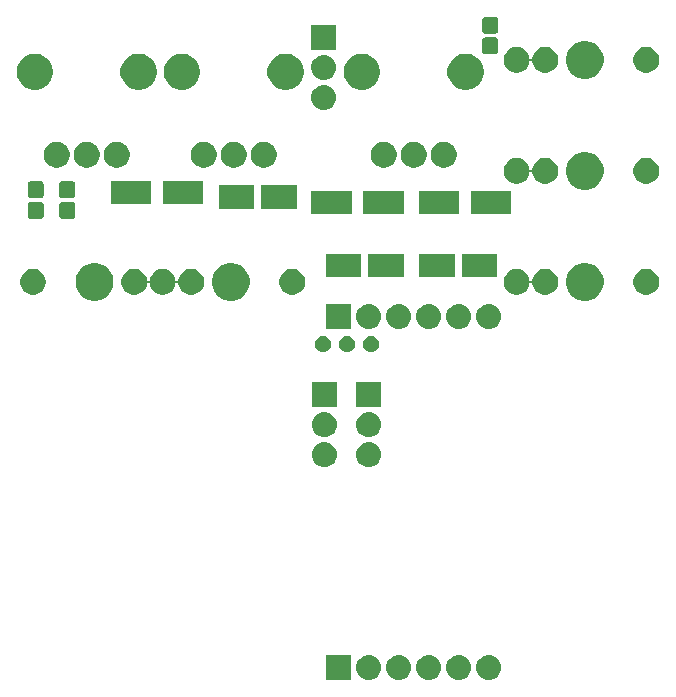
<source format=gbr>
G04 #@! TF.GenerationSoftware,KiCad,Pcbnew,(5.0.1)-4*
G04 #@! TF.CreationDate,2019-01-08T12:08:18+01:00*
G04 #@! TF.ProjectId,1U HiHat,31552048694861742E6B696361645F70,rev?*
G04 #@! TF.SameCoordinates,Original*
G04 #@! TF.FileFunction,Soldermask,Bot*
G04 #@! TF.FilePolarity,Negative*
%FSLAX46Y46*%
G04 Gerber Fmt 4.6, Leading zero omitted, Abs format (unit mm)*
G04 Created by KiCad (PCBNEW (5.0.1)-4) date 01/08/19 12:08:18*
%MOMM*%
%LPD*%
G01*
G04 APERTURE LIST*
%ADD10C,0.100000*%
G04 APERTURE END LIST*
D10*
G36*
X117890000Y-121065000D02*
X115790000Y-121065000D01*
X115790000Y-118965000D01*
X117890000Y-118965000D01*
X117890000Y-121065000D01*
X117890000Y-121065000D01*
G37*
G36*
X127128707Y-118972596D02*
X127205836Y-118980193D01*
X127337787Y-119020220D01*
X127403763Y-119040233D01*
X127586172Y-119137733D01*
X127746054Y-119268946D01*
X127877267Y-119428828D01*
X127974767Y-119611237D01*
X127974767Y-119611238D01*
X128034807Y-119809164D01*
X128055080Y-120015000D01*
X128034807Y-120220836D01*
X127994780Y-120352787D01*
X127974767Y-120418763D01*
X127877267Y-120601172D01*
X127746054Y-120761054D01*
X127586172Y-120892267D01*
X127403763Y-120989767D01*
X127337787Y-121009780D01*
X127205836Y-121049807D01*
X127128707Y-121057404D01*
X127051580Y-121065000D01*
X126948420Y-121065000D01*
X126871293Y-121057404D01*
X126794164Y-121049807D01*
X126662213Y-121009780D01*
X126596237Y-120989767D01*
X126413828Y-120892267D01*
X126253946Y-120761054D01*
X126122733Y-120601172D01*
X126025233Y-120418763D01*
X126005220Y-120352787D01*
X125965193Y-120220836D01*
X125944920Y-120015000D01*
X125965193Y-119809164D01*
X126025233Y-119611238D01*
X126025233Y-119611237D01*
X126122733Y-119428828D01*
X126253946Y-119268946D01*
X126413828Y-119137733D01*
X126596237Y-119040233D01*
X126662213Y-119020220D01*
X126794164Y-118980193D01*
X126871293Y-118972596D01*
X126948420Y-118965000D01*
X127051580Y-118965000D01*
X127128707Y-118972596D01*
X127128707Y-118972596D01*
G37*
G36*
X129668707Y-118972596D02*
X129745836Y-118980193D01*
X129877787Y-119020220D01*
X129943763Y-119040233D01*
X130126172Y-119137733D01*
X130286054Y-119268946D01*
X130417267Y-119428828D01*
X130514767Y-119611237D01*
X130514767Y-119611238D01*
X130574807Y-119809164D01*
X130595080Y-120015000D01*
X130574807Y-120220836D01*
X130534780Y-120352787D01*
X130514767Y-120418763D01*
X130417267Y-120601172D01*
X130286054Y-120761054D01*
X130126172Y-120892267D01*
X129943763Y-120989767D01*
X129877787Y-121009780D01*
X129745836Y-121049807D01*
X129668707Y-121057404D01*
X129591580Y-121065000D01*
X129488420Y-121065000D01*
X129411293Y-121057404D01*
X129334164Y-121049807D01*
X129202213Y-121009780D01*
X129136237Y-120989767D01*
X128953828Y-120892267D01*
X128793946Y-120761054D01*
X128662733Y-120601172D01*
X128565233Y-120418763D01*
X128545220Y-120352787D01*
X128505193Y-120220836D01*
X128484920Y-120015000D01*
X128505193Y-119809164D01*
X128565233Y-119611238D01*
X128565233Y-119611237D01*
X128662733Y-119428828D01*
X128793946Y-119268946D01*
X128953828Y-119137733D01*
X129136237Y-119040233D01*
X129202213Y-119020220D01*
X129334164Y-118980193D01*
X129411293Y-118972596D01*
X129488420Y-118965000D01*
X129591580Y-118965000D01*
X129668707Y-118972596D01*
X129668707Y-118972596D01*
G37*
G36*
X124588707Y-118972596D02*
X124665836Y-118980193D01*
X124797787Y-119020220D01*
X124863763Y-119040233D01*
X125046172Y-119137733D01*
X125206054Y-119268946D01*
X125337267Y-119428828D01*
X125434767Y-119611237D01*
X125434767Y-119611238D01*
X125494807Y-119809164D01*
X125515080Y-120015000D01*
X125494807Y-120220836D01*
X125454780Y-120352787D01*
X125434767Y-120418763D01*
X125337267Y-120601172D01*
X125206054Y-120761054D01*
X125046172Y-120892267D01*
X124863763Y-120989767D01*
X124797787Y-121009780D01*
X124665836Y-121049807D01*
X124588707Y-121057404D01*
X124511580Y-121065000D01*
X124408420Y-121065000D01*
X124331293Y-121057404D01*
X124254164Y-121049807D01*
X124122213Y-121009780D01*
X124056237Y-120989767D01*
X123873828Y-120892267D01*
X123713946Y-120761054D01*
X123582733Y-120601172D01*
X123485233Y-120418763D01*
X123465220Y-120352787D01*
X123425193Y-120220836D01*
X123404920Y-120015000D01*
X123425193Y-119809164D01*
X123485233Y-119611238D01*
X123485233Y-119611237D01*
X123582733Y-119428828D01*
X123713946Y-119268946D01*
X123873828Y-119137733D01*
X124056237Y-119040233D01*
X124122213Y-119020220D01*
X124254164Y-118980193D01*
X124331293Y-118972596D01*
X124408420Y-118965000D01*
X124511580Y-118965000D01*
X124588707Y-118972596D01*
X124588707Y-118972596D01*
G37*
G36*
X119508707Y-118972596D02*
X119585836Y-118980193D01*
X119717787Y-119020220D01*
X119783763Y-119040233D01*
X119966172Y-119137733D01*
X120126054Y-119268946D01*
X120257267Y-119428828D01*
X120354767Y-119611237D01*
X120354767Y-119611238D01*
X120414807Y-119809164D01*
X120435080Y-120015000D01*
X120414807Y-120220836D01*
X120374780Y-120352787D01*
X120354767Y-120418763D01*
X120257267Y-120601172D01*
X120126054Y-120761054D01*
X119966172Y-120892267D01*
X119783763Y-120989767D01*
X119717787Y-121009780D01*
X119585836Y-121049807D01*
X119508707Y-121057404D01*
X119431580Y-121065000D01*
X119328420Y-121065000D01*
X119251293Y-121057404D01*
X119174164Y-121049807D01*
X119042213Y-121009780D01*
X118976237Y-120989767D01*
X118793828Y-120892267D01*
X118633946Y-120761054D01*
X118502733Y-120601172D01*
X118405233Y-120418763D01*
X118385220Y-120352787D01*
X118345193Y-120220836D01*
X118324920Y-120015000D01*
X118345193Y-119809164D01*
X118405233Y-119611238D01*
X118405233Y-119611237D01*
X118502733Y-119428828D01*
X118633946Y-119268946D01*
X118793828Y-119137733D01*
X118976237Y-119040233D01*
X119042213Y-119020220D01*
X119174164Y-118980193D01*
X119251293Y-118972596D01*
X119328420Y-118965000D01*
X119431580Y-118965000D01*
X119508707Y-118972596D01*
X119508707Y-118972596D01*
G37*
G36*
X122048707Y-118972596D02*
X122125836Y-118980193D01*
X122257787Y-119020220D01*
X122323763Y-119040233D01*
X122506172Y-119137733D01*
X122666054Y-119268946D01*
X122797267Y-119428828D01*
X122894767Y-119611237D01*
X122894767Y-119611238D01*
X122954807Y-119809164D01*
X122975080Y-120015000D01*
X122954807Y-120220836D01*
X122914780Y-120352787D01*
X122894767Y-120418763D01*
X122797267Y-120601172D01*
X122666054Y-120761054D01*
X122506172Y-120892267D01*
X122323763Y-120989767D01*
X122257787Y-121009780D01*
X122125836Y-121049807D01*
X122048707Y-121057404D01*
X121971580Y-121065000D01*
X121868420Y-121065000D01*
X121791293Y-121057404D01*
X121714164Y-121049807D01*
X121582213Y-121009780D01*
X121516237Y-120989767D01*
X121333828Y-120892267D01*
X121173946Y-120761054D01*
X121042733Y-120601172D01*
X120945233Y-120418763D01*
X120925220Y-120352787D01*
X120885193Y-120220836D01*
X120864920Y-120015000D01*
X120885193Y-119809164D01*
X120945233Y-119611238D01*
X120945233Y-119611237D01*
X121042733Y-119428828D01*
X121173946Y-119268946D01*
X121333828Y-119137733D01*
X121516237Y-119040233D01*
X121582213Y-119020220D01*
X121714164Y-118980193D01*
X121791293Y-118972596D01*
X121868420Y-118965000D01*
X121971580Y-118965000D01*
X122048707Y-118972596D01*
X122048707Y-118972596D01*
G37*
G36*
X119508707Y-100963997D02*
X119585836Y-100971593D01*
X119717787Y-101011620D01*
X119783763Y-101031633D01*
X119966172Y-101129133D01*
X120126054Y-101260346D01*
X120257267Y-101420228D01*
X120354767Y-101602637D01*
X120354767Y-101602638D01*
X120414807Y-101800564D01*
X120435080Y-102006400D01*
X120414807Y-102212236D01*
X120374780Y-102344187D01*
X120354767Y-102410163D01*
X120257267Y-102592572D01*
X120126054Y-102752454D01*
X119966172Y-102883667D01*
X119783763Y-102981167D01*
X119717787Y-103001180D01*
X119585836Y-103041207D01*
X119508707Y-103048804D01*
X119431580Y-103056400D01*
X119328420Y-103056400D01*
X119251293Y-103048804D01*
X119174164Y-103041207D01*
X119042213Y-103001180D01*
X118976237Y-102981167D01*
X118793828Y-102883667D01*
X118633946Y-102752454D01*
X118502733Y-102592572D01*
X118405233Y-102410163D01*
X118385220Y-102344187D01*
X118345193Y-102212236D01*
X118324920Y-102006400D01*
X118345193Y-101800564D01*
X118405233Y-101602638D01*
X118405233Y-101602637D01*
X118502733Y-101420228D01*
X118633946Y-101260346D01*
X118793828Y-101129133D01*
X118976237Y-101031633D01*
X119042213Y-101011620D01*
X119174164Y-100971593D01*
X119251293Y-100963996D01*
X119328420Y-100956400D01*
X119431580Y-100956400D01*
X119508707Y-100963997D01*
X119508707Y-100963997D01*
G37*
G36*
X115748544Y-100963997D02*
X115825673Y-100971593D01*
X115957624Y-101011620D01*
X116023600Y-101031633D01*
X116206009Y-101129133D01*
X116365891Y-101260346D01*
X116497104Y-101420228D01*
X116594604Y-101602637D01*
X116594604Y-101602638D01*
X116654644Y-101800564D01*
X116674917Y-102006400D01*
X116654644Y-102212236D01*
X116614617Y-102344187D01*
X116594604Y-102410163D01*
X116497104Y-102592572D01*
X116365891Y-102752454D01*
X116206009Y-102883667D01*
X116023600Y-102981167D01*
X115957624Y-103001180D01*
X115825673Y-103041207D01*
X115748544Y-103048804D01*
X115671417Y-103056400D01*
X115568257Y-103056400D01*
X115491130Y-103048804D01*
X115414001Y-103041207D01*
X115282050Y-103001180D01*
X115216074Y-102981167D01*
X115033665Y-102883667D01*
X114873783Y-102752454D01*
X114742570Y-102592572D01*
X114645070Y-102410163D01*
X114625057Y-102344187D01*
X114585030Y-102212236D01*
X114564757Y-102006400D01*
X114585030Y-101800564D01*
X114645070Y-101602638D01*
X114645070Y-101602637D01*
X114742570Y-101420228D01*
X114873783Y-101260346D01*
X115033665Y-101129133D01*
X115216074Y-101031633D01*
X115282050Y-101011620D01*
X115414001Y-100971593D01*
X115491130Y-100963996D01*
X115568257Y-100956400D01*
X115671417Y-100956400D01*
X115748544Y-100963997D01*
X115748544Y-100963997D01*
G37*
G36*
X115748544Y-98423996D02*
X115825673Y-98431593D01*
X115957624Y-98471620D01*
X116023600Y-98491633D01*
X116206009Y-98589133D01*
X116365891Y-98720346D01*
X116497104Y-98880228D01*
X116594604Y-99062637D01*
X116594604Y-99062638D01*
X116654644Y-99260564D01*
X116674917Y-99466400D01*
X116654644Y-99672236D01*
X116614617Y-99804187D01*
X116594604Y-99870163D01*
X116497104Y-100052572D01*
X116365891Y-100212454D01*
X116206009Y-100343667D01*
X116023600Y-100441167D01*
X115957624Y-100461180D01*
X115825673Y-100501207D01*
X115748544Y-100508803D01*
X115671417Y-100516400D01*
X115568257Y-100516400D01*
X115491130Y-100508803D01*
X115414001Y-100501207D01*
X115282050Y-100461180D01*
X115216074Y-100441167D01*
X115033665Y-100343667D01*
X114873783Y-100212454D01*
X114742570Y-100052572D01*
X114645070Y-99870163D01*
X114625057Y-99804187D01*
X114585030Y-99672236D01*
X114564757Y-99466400D01*
X114585030Y-99260564D01*
X114645070Y-99062638D01*
X114645070Y-99062637D01*
X114742570Y-98880228D01*
X114873783Y-98720346D01*
X115033665Y-98589133D01*
X115216074Y-98491633D01*
X115282050Y-98471620D01*
X115414001Y-98431593D01*
X115491130Y-98423996D01*
X115568257Y-98416400D01*
X115671417Y-98416400D01*
X115748544Y-98423996D01*
X115748544Y-98423996D01*
G37*
G36*
X119508707Y-98423996D02*
X119585836Y-98431593D01*
X119717787Y-98471620D01*
X119783763Y-98491633D01*
X119966172Y-98589133D01*
X120126054Y-98720346D01*
X120257267Y-98880228D01*
X120354767Y-99062637D01*
X120354767Y-99062638D01*
X120414807Y-99260564D01*
X120435080Y-99466400D01*
X120414807Y-99672236D01*
X120374780Y-99804187D01*
X120354767Y-99870163D01*
X120257267Y-100052572D01*
X120126054Y-100212454D01*
X119966172Y-100343667D01*
X119783763Y-100441167D01*
X119717787Y-100461180D01*
X119585836Y-100501207D01*
X119508707Y-100508803D01*
X119431580Y-100516400D01*
X119328420Y-100516400D01*
X119251293Y-100508803D01*
X119174164Y-100501207D01*
X119042213Y-100461180D01*
X118976237Y-100441167D01*
X118793828Y-100343667D01*
X118633946Y-100212454D01*
X118502733Y-100052572D01*
X118405233Y-99870163D01*
X118385220Y-99804187D01*
X118345193Y-99672236D01*
X118324920Y-99466400D01*
X118345193Y-99260564D01*
X118405233Y-99062638D01*
X118405233Y-99062637D01*
X118502733Y-98880228D01*
X118633946Y-98720346D01*
X118793828Y-98589133D01*
X118976237Y-98491633D01*
X119042213Y-98471620D01*
X119174164Y-98431593D01*
X119251293Y-98423996D01*
X119328420Y-98416400D01*
X119431580Y-98416400D01*
X119508707Y-98423996D01*
X119508707Y-98423996D01*
G37*
G36*
X116669837Y-97976400D02*
X114569837Y-97976400D01*
X114569837Y-95876400D01*
X116669837Y-95876400D01*
X116669837Y-97976400D01*
X116669837Y-97976400D01*
G37*
G36*
X120430000Y-97976400D02*
X118330000Y-97976400D01*
X118330000Y-95876400D01*
X120430000Y-95876400D01*
X120430000Y-97976400D01*
X120430000Y-97976400D01*
G37*
G36*
X115710683Y-91973400D02*
X115838074Y-92026168D01*
X115952725Y-92102775D01*
X116050225Y-92200275D01*
X116126832Y-92314926D01*
X116179600Y-92442317D01*
X116206500Y-92577555D01*
X116206500Y-92715445D01*
X116179600Y-92850683D01*
X116126832Y-92978074D01*
X116050225Y-93092725D01*
X115952725Y-93190225D01*
X115838074Y-93266832D01*
X115710683Y-93319600D01*
X115575445Y-93346500D01*
X115437555Y-93346500D01*
X115302317Y-93319600D01*
X115174926Y-93266832D01*
X115060275Y-93190225D01*
X114962775Y-93092725D01*
X114886168Y-92978074D01*
X114833400Y-92850683D01*
X114806500Y-92715445D01*
X114806500Y-92577555D01*
X114833400Y-92442317D01*
X114886168Y-92314926D01*
X114962775Y-92200275D01*
X115060275Y-92102775D01*
X115174926Y-92026168D01*
X115302317Y-91973400D01*
X115437555Y-91946500D01*
X115575445Y-91946500D01*
X115710683Y-91973400D01*
X115710683Y-91973400D01*
G37*
G36*
X117742683Y-91973400D02*
X117870074Y-92026168D01*
X117984725Y-92102775D01*
X118082225Y-92200275D01*
X118158832Y-92314926D01*
X118211600Y-92442317D01*
X118238500Y-92577555D01*
X118238500Y-92715445D01*
X118211600Y-92850683D01*
X118158832Y-92978074D01*
X118082225Y-93092725D01*
X117984725Y-93190225D01*
X117870074Y-93266832D01*
X117742683Y-93319600D01*
X117607445Y-93346500D01*
X117469555Y-93346500D01*
X117334317Y-93319600D01*
X117206926Y-93266832D01*
X117092275Y-93190225D01*
X116994775Y-93092725D01*
X116918168Y-92978074D01*
X116865400Y-92850683D01*
X116838500Y-92715445D01*
X116838500Y-92577555D01*
X116865400Y-92442317D01*
X116918168Y-92314926D01*
X116994775Y-92200275D01*
X117092275Y-92102775D01*
X117206926Y-92026168D01*
X117334317Y-91973400D01*
X117469555Y-91946500D01*
X117607445Y-91946500D01*
X117742683Y-91973400D01*
X117742683Y-91973400D01*
G37*
G36*
X119774683Y-91973400D02*
X119902074Y-92026168D01*
X120016725Y-92102775D01*
X120114225Y-92200275D01*
X120190832Y-92314926D01*
X120243600Y-92442317D01*
X120270500Y-92577555D01*
X120270500Y-92715445D01*
X120243600Y-92850683D01*
X120190832Y-92978074D01*
X120114225Y-93092725D01*
X120016725Y-93190225D01*
X119902074Y-93266832D01*
X119774683Y-93319600D01*
X119639445Y-93346500D01*
X119501555Y-93346500D01*
X119366317Y-93319600D01*
X119238926Y-93266832D01*
X119124275Y-93190225D01*
X119026775Y-93092725D01*
X118950168Y-92978074D01*
X118897400Y-92850683D01*
X118870500Y-92715445D01*
X118870500Y-92577555D01*
X118897400Y-92442317D01*
X118950168Y-92314926D01*
X119026775Y-92200275D01*
X119124275Y-92102775D01*
X119238926Y-92026168D01*
X119366317Y-91973400D01*
X119501555Y-91946500D01*
X119639445Y-91946500D01*
X119774683Y-91973400D01*
X119774683Y-91973400D01*
G37*
G36*
X127128707Y-89254597D02*
X127205836Y-89262193D01*
X127337787Y-89302220D01*
X127403763Y-89322233D01*
X127586172Y-89419733D01*
X127746054Y-89550946D01*
X127877267Y-89710828D01*
X127974767Y-89893237D01*
X127974767Y-89893238D01*
X128034807Y-90091164D01*
X128055080Y-90297000D01*
X128034807Y-90502836D01*
X127994780Y-90634787D01*
X127974767Y-90700763D01*
X127877267Y-90883172D01*
X127746054Y-91043054D01*
X127586172Y-91174267D01*
X127403763Y-91271767D01*
X127337787Y-91291780D01*
X127205836Y-91331807D01*
X127128707Y-91339404D01*
X127051580Y-91347000D01*
X126948420Y-91347000D01*
X126871293Y-91339404D01*
X126794164Y-91331807D01*
X126662213Y-91291780D01*
X126596237Y-91271767D01*
X126413828Y-91174267D01*
X126253946Y-91043054D01*
X126122733Y-90883172D01*
X126025233Y-90700763D01*
X126005220Y-90634787D01*
X125965193Y-90502836D01*
X125944920Y-90297000D01*
X125965193Y-90091164D01*
X126025233Y-89893238D01*
X126025233Y-89893237D01*
X126122733Y-89710828D01*
X126253946Y-89550946D01*
X126413828Y-89419733D01*
X126596237Y-89322233D01*
X126662213Y-89302220D01*
X126794164Y-89262193D01*
X126871293Y-89254597D01*
X126948420Y-89247000D01*
X127051580Y-89247000D01*
X127128707Y-89254597D01*
X127128707Y-89254597D01*
G37*
G36*
X117890000Y-91347000D02*
X115790000Y-91347000D01*
X115790000Y-89247000D01*
X117890000Y-89247000D01*
X117890000Y-91347000D01*
X117890000Y-91347000D01*
G37*
G36*
X119508707Y-89254597D02*
X119585836Y-89262193D01*
X119717787Y-89302220D01*
X119783763Y-89322233D01*
X119966172Y-89419733D01*
X120126054Y-89550946D01*
X120257267Y-89710828D01*
X120354767Y-89893237D01*
X120354767Y-89893238D01*
X120414807Y-90091164D01*
X120435080Y-90297000D01*
X120414807Y-90502836D01*
X120374780Y-90634787D01*
X120354767Y-90700763D01*
X120257267Y-90883172D01*
X120126054Y-91043054D01*
X119966172Y-91174267D01*
X119783763Y-91271767D01*
X119717787Y-91291780D01*
X119585836Y-91331807D01*
X119508707Y-91339404D01*
X119431580Y-91347000D01*
X119328420Y-91347000D01*
X119251293Y-91339404D01*
X119174164Y-91331807D01*
X119042213Y-91291780D01*
X118976237Y-91271767D01*
X118793828Y-91174267D01*
X118633946Y-91043054D01*
X118502733Y-90883172D01*
X118405233Y-90700763D01*
X118385220Y-90634787D01*
X118345193Y-90502836D01*
X118324920Y-90297000D01*
X118345193Y-90091164D01*
X118405233Y-89893238D01*
X118405233Y-89893237D01*
X118502733Y-89710828D01*
X118633946Y-89550946D01*
X118793828Y-89419733D01*
X118976237Y-89322233D01*
X119042213Y-89302220D01*
X119174164Y-89262193D01*
X119251293Y-89254597D01*
X119328420Y-89247000D01*
X119431580Y-89247000D01*
X119508707Y-89254597D01*
X119508707Y-89254597D01*
G37*
G36*
X122048707Y-89254597D02*
X122125836Y-89262193D01*
X122257787Y-89302220D01*
X122323763Y-89322233D01*
X122506172Y-89419733D01*
X122666054Y-89550946D01*
X122797267Y-89710828D01*
X122894767Y-89893237D01*
X122894767Y-89893238D01*
X122954807Y-90091164D01*
X122975080Y-90297000D01*
X122954807Y-90502836D01*
X122914780Y-90634787D01*
X122894767Y-90700763D01*
X122797267Y-90883172D01*
X122666054Y-91043054D01*
X122506172Y-91174267D01*
X122323763Y-91271767D01*
X122257787Y-91291780D01*
X122125836Y-91331807D01*
X122048707Y-91339404D01*
X121971580Y-91347000D01*
X121868420Y-91347000D01*
X121791293Y-91339404D01*
X121714164Y-91331807D01*
X121582213Y-91291780D01*
X121516237Y-91271767D01*
X121333828Y-91174267D01*
X121173946Y-91043054D01*
X121042733Y-90883172D01*
X120945233Y-90700763D01*
X120925220Y-90634787D01*
X120885193Y-90502836D01*
X120864920Y-90297000D01*
X120885193Y-90091164D01*
X120945233Y-89893238D01*
X120945233Y-89893237D01*
X121042733Y-89710828D01*
X121173946Y-89550946D01*
X121333828Y-89419733D01*
X121516237Y-89322233D01*
X121582213Y-89302220D01*
X121714164Y-89262193D01*
X121791293Y-89254597D01*
X121868420Y-89247000D01*
X121971580Y-89247000D01*
X122048707Y-89254597D01*
X122048707Y-89254597D01*
G37*
G36*
X124588707Y-89254597D02*
X124665836Y-89262193D01*
X124797787Y-89302220D01*
X124863763Y-89322233D01*
X125046172Y-89419733D01*
X125206054Y-89550946D01*
X125337267Y-89710828D01*
X125434767Y-89893237D01*
X125434767Y-89893238D01*
X125494807Y-90091164D01*
X125515080Y-90297000D01*
X125494807Y-90502836D01*
X125454780Y-90634787D01*
X125434767Y-90700763D01*
X125337267Y-90883172D01*
X125206054Y-91043054D01*
X125046172Y-91174267D01*
X124863763Y-91271767D01*
X124797787Y-91291780D01*
X124665836Y-91331807D01*
X124588707Y-91339404D01*
X124511580Y-91347000D01*
X124408420Y-91347000D01*
X124331293Y-91339404D01*
X124254164Y-91331807D01*
X124122213Y-91291780D01*
X124056237Y-91271767D01*
X123873828Y-91174267D01*
X123713946Y-91043054D01*
X123582733Y-90883172D01*
X123485233Y-90700763D01*
X123465220Y-90634787D01*
X123425193Y-90502836D01*
X123404920Y-90297000D01*
X123425193Y-90091164D01*
X123485233Y-89893238D01*
X123485233Y-89893237D01*
X123582733Y-89710828D01*
X123713946Y-89550946D01*
X123873828Y-89419733D01*
X124056237Y-89322233D01*
X124122213Y-89302220D01*
X124254164Y-89262193D01*
X124331293Y-89254597D01*
X124408420Y-89247000D01*
X124511580Y-89247000D01*
X124588707Y-89254597D01*
X124588707Y-89254597D01*
G37*
G36*
X129668707Y-89254597D02*
X129745836Y-89262193D01*
X129877787Y-89302220D01*
X129943763Y-89322233D01*
X130126172Y-89419733D01*
X130286054Y-89550946D01*
X130417267Y-89710828D01*
X130514767Y-89893237D01*
X130514767Y-89893238D01*
X130574807Y-90091164D01*
X130595080Y-90297000D01*
X130574807Y-90502836D01*
X130534780Y-90634787D01*
X130514767Y-90700763D01*
X130417267Y-90883172D01*
X130286054Y-91043054D01*
X130126172Y-91174267D01*
X129943763Y-91271767D01*
X129877787Y-91291780D01*
X129745836Y-91331807D01*
X129668707Y-91339404D01*
X129591580Y-91347000D01*
X129488420Y-91347000D01*
X129411293Y-91339404D01*
X129334164Y-91331807D01*
X129202213Y-91291780D01*
X129136237Y-91271767D01*
X128953828Y-91174267D01*
X128793946Y-91043054D01*
X128662733Y-90883172D01*
X128565233Y-90700763D01*
X128545220Y-90634787D01*
X128505193Y-90502836D01*
X128484920Y-90297000D01*
X128505193Y-90091164D01*
X128565233Y-89893238D01*
X128565233Y-89893237D01*
X128662733Y-89710828D01*
X128793946Y-89550946D01*
X128953828Y-89419733D01*
X129136237Y-89322233D01*
X129202213Y-89302220D01*
X129334164Y-89262193D01*
X129411293Y-89254597D01*
X129488420Y-89247000D01*
X129591580Y-89247000D01*
X129668707Y-89254597D01*
X129668707Y-89254597D01*
G37*
G36*
X96631103Y-85837486D02*
X96922283Y-85958097D01*
X97184344Y-86133201D01*
X97407199Y-86356056D01*
X97582303Y-86618117D01*
X97702914Y-86909297D01*
X97764400Y-87218412D01*
X97764400Y-87533588D01*
X97702914Y-87842703D01*
X97582303Y-88133883D01*
X97407199Y-88395944D01*
X97184344Y-88618799D01*
X96922283Y-88793903D01*
X96631103Y-88914514D01*
X96321988Y-88976000D01*
X96006812Y-88976000D01*
X95697697Y-88914514D01*
X95406517Y-88793903D01*
X95144456Y-88618799D01*
X94921601Y-88395944D01*
X94746497Y-88133883D01*
X94625886Y-87842703D01*
X94564400Y-87533588D01*
X94564400Y-87218412D01*
X94625886Y-86909297D01*
X94746497Y-86618117D01*
X94921601Y-86356056D01*
X95144456Y-86133201D01*
X95406517Y-85958097D01*
X95697697Y-85837486D01*
X96006812Y-85776000D01*
X96321988Y-85776000D01*
X96631103Y-85837486D01*
X96631103Y-85837486D01*
G37*
G36*
X108162703Y-85837486D02*
X108453883Y-85958097D01*
X108715944Y-86133201D01*
X108938799Y-86356056D01*
X109113903Y-86618117D01*
X109234514Y-86909297D01*
X109296000Y-87218412D01*
X109296000Y-87533588D01*
X109234514Y-87842703D01*
X109113903Y-88133883D01*
X108938799Y-88395944D01*
X108715944Y-88618799D01*
X108453883Y-88793903D01*
X108162703Y-88914514D01*
X107853588Y-88976000D01*
X107538412Y-88976000D01*
X107229297Y-88914514D01*
X106938117Y-88793903D01*
X106676056Y-88618799D01*
X106453201Y-88395944D01*
X106278097Y-88133883D01*
X106157486Y-87842703D01*
X106096000Y-87533588D01*
X106096000Y-87218412D01*
X106157486Y-86909297D01*
X106278097Y-86618117D01*
X106453201Y-86356056D01*
X106676056Y-86133201D01*
X106938117Y-85958097D01*
X107229297Y-85837486D01*
X107538412Y-85776000D01*
X107853588Y-85776000D01*
X108162703Y-85837486D01*
X108162703Y-85837486D01*
G37*
G36*
X138134703Y-85837486D02*
X138425883Y-85958097D01*
X138687944Y-86133201D01*
X138910799Y-86356056D01*
X139085903Y-86618117D01*
X139206514Y-86909297D01*
X139268000Y-87218412D01*
X139268000Y-87533588D01*
X139206514Y-87842703D01*
X139085903Y-88133883D01*
X138910799Y-88395944D01*
X138687944Y-88618799D01*
X138425883Y-88793903D01*
X138134703Y-88914514D01*
X137825588Y-88976000D01*
X137510412Y-88976000D01*
X137201297Y-88914514D01*
X136910117Y-88793903D01*
X136648056Y-88618799D01*
X136425201Y-88395944D01*
X136250097Y-88133883D01*
X136129486Y-87842703D01*
X136068000Y-87533588D01*
X136068000Y-87218412D01*
X136129486Y-86909297D01*
X136250097Y-86618117D01*
X136425201Y-86356056D01*
X136648056Y-86133201D01*
X136910117Y-85958097D01*
X137201297Y-85837486D01*
X137510412Y-85776000D01*
X137825588Y-85776000D01*
X138134703Y-85837486D01*
X138134703Y-85837486D01*
G37*
G36*
X113221583Y-86325772D02*
X113420350Y-86408104D01*
X113599239Y-86527634D01*
X113751366Y-86679761D01*
X113870896Y-86858650D01*
X113953228Y-87057417D01*
X113995200Y-87268426D01*
X113995200Y-87483574D01*
X113953228Y-87694583D01*
X113870896Y-87893350D01*
X113751366Y-88072239D01*
X113599239Y-88224366D01*
X113420350Y-88343896D01*
X113221583Y-88426228D01*
X113010574Y-88468200D01*
X112795426Y-88468200D01*
X112584417Y-88426228D01*
X112385650Y-88343896D01*
X112206761Y-88224366D01*
X112054634Y-88072239D01*
X111935104Y-87893350D01*
X111852772Y-87694583D01*
X111810800Y-87483574D01*
X111810800Y-87268426D01*
X111852772Y-87057417D01*
X111935104Y-86858650D01*
X112054634Y-86679761D01*
X112206761Y-86527634D01*
X112385650Y-86408104D01*
X112584417Y-86325772D01*
X112795426Y-86283800D01*
X113010574Y-86283800D01*
X113221583Y-86325772D01*
X113221583Y-86325772D01*
G37*
G36*
X99835783Y-86325772D02*
X100034550Y-86408104D01*
X100213439Y-86527634D01*
X100365566Y-86679761D01*
X100485096Y-86858650D01*
X100567428Y-87057417D01*
X100601102Y-87226709D01*
X100608215Y-87250158D01*
X100619766Y-87271769D01*
X100635312Y-87290711D01*
X100654254Y-87306257D01*
X100675864Y-87317808D01*
X100699314Y-87324921D01*
X100723700Y-87327323D01*
X100748086Y-87324921D01*
X100771535Y-87317808D01*
X100793146Y-87306257D01*
X100812088Y-87290711D01*
X100827634Y-87271769D01*
X100839185Y-87250159D01*
X100846298Y-87226709D01*
X100879972Y-87057417D01*
X100962304Y-86858650D01*
X101081834Y-86679761D01*
X101233961Y-86527634D01*
X101412850Y-86408104D01*
X101611617Y-86325772D01*
X101822626Y-86283800D01*
X102037774Y-86283800D01*
X102248783Y-86325772D01*
X102447550Y-86408104D01*
X102626439Y-86527634D01*
X102778566Y-86679761D01*
X102898096Y-86858650D01*
X102980428Y-87057417D01*
X103014102Y-87226709D01*
X103021215Y-87250158D01*
X103032766Y-87271769D01*
X103048312Y-87290711D01*
X103067254Y-87306257D01*
X103088864Y-87317808D01*
X103112314Y-87324921D01*
X103136700Y-87327323D01*
X103161086Y-87324921D01*
X103184535Y-87317808D01*
X103206146Y-87306257D01*
X103225088Y-87290711D01*
X103240634Y-87271769D01*
X103252185Y-87250159D01*
X103259298Y-87226709D01*
X103292972Y-87057417D01*
X103375304Y-86858650D01*
X103494834Y-86679761D01*
X103646961Y-86527634D01*
X103825850Y-86408104D01*
X104024617Y-86325772D01*
X104235626Y-86283800D01*
X104450774Y-86283800D01*
X104661783Y-86325772D01*
X104860550Y-86408104D01*
X105039439Y-86527634D01*
X105191566Y-86679761D01*
X105311096Y-86858650D01*
X105393428Y-87057417D01*
X105435400Y-87268426D01*
X105435400Y-87483574D01*
X105393428Y-87694583D01*
X105311096Y-87893350D01*
X105191566Y-88072239D01*
X105039439Y-88224366D01*
X104860550Y-88343896D01*
X104661783Y-88426228D01*
X104450774Y-88468200D01*
X104235626Y-88468200D01*
X104024617Y-88426228D01*
X103825850Y-88343896D01*
X103646961Y-88224366D01*
X103494834Y-88072239D01*
X103375304Y-87893350D01*
X103292972Y-87694583D01*
X103259298Y-87525291D01*
X103252185Y-87501842D01*
X103240634Y-87480231D01*
X103225088Y-87461289D01*
X103206146Y-87445743D01*
X103184536Y-87434192D01*
X103161086Y-87427079D01*
X103136700Y-87424677D01*
X103112314Y-87427079D01*
X103088865Y-87434192D01*
X103067254Y-87445743D01*
X103048312Y-87461289D01*
X103032766Y-87480231D01*
X103021215Y-87501841D01*
X103014102Y-87525291D01*
X102980428Y-87694583D01*
X102898096Y-87893350D01*
X102778566Y-88072239D01*
X102626439Y-88224366D01*
X102447550Y-88343896D01*
X102248783Y-88426228D01*
X102037774Y-88468200D01*
X101822626Y-88468200D01*
X101611617Y-88426228D01*
X101412850Y-88343896D01*
X101233961Y-88224366D01*
X101081834Y-88072239D01*
X100962304Y-87893350D01*
X100879972Y-87694583D01*
X100846298Y-87525291D01*
X100839185Y-87501842D01*
X100827634Y-87480231D01*
X100812088Y-87461289D01*
X100793146Y-87445743D01*
X100771536Y-87434192D01*
X100748086Y-87427079D01*
X100723700Y-87424677D01*
X100699314Y-87427079D01*
X100675865Y-87434192D01*
X100654254Y-87445743D01*
X100635312Y-87461289D01*
X100619766Y-87480231D01*
X100608215Y-87501841D01*
X100601102Y-87525291D01*
X100567428Y-87694583D01*
X100485096Y-87893350D01*
X100365566Y-88072239D01*
X100213439Y-88224366D01*
X100034550Y-88343896D01*
X99835783Y-88426228D01*
X99624774Y-88468200D01*
X99409626Y-88468200D01*
X99198617Y-88426228D01*
X98999850Y-88343896D01*
X98820961Y-88224366D01*
X98668834Y-88072239D01*
X98549304Y-87893350D01*
X98466972Y-87694583D01*
X98425000Y-87483574D01*
X98425000Y-87268426D01*
X98466972Y-87057417D01*
X98549304Y-86858650D01*
X98668834Y-86679761D01*
X98820961Y-86527634D01*
X98999850Y-86408104D01*
X99198617Y-86325772D01*
X99409626Y-86283800D01*
X99624774Y-86283800D01*
X99835783Y-86325772D01*
X99835783Y-86325772D01*
G37*
G36*
X91275983Y-86325772D02*
X91474750Y-86408104D01*
X91653639Y-86527634D01*
X91805766Y-86679761D01*
X91925296Y-86858650D01*
X92007628Y-87057417D01*
X92049600Y-87268426D01*
X92049600Y-87483574D01*
X92007628Y-87694583D01*
X91925296Y-87893350D01*
X91805766Y-88072239D01*
X91653639Y-88224366D01*
X91474750Y-88343896D01*
X91275983Y-88426228D01*
X91064974Y-88468200D01*
X90849826Y-88468200D01*
X90638817Y-88426228D01*
X90440050Y-88343896D01*
X90261161Y-88224366D01*
X90109034Y-88072239D01*
X89989504Y-87893350D01*
X89907172Y-87694583D01*
X89865200Y-87483574D01*
X89865200Y-87268426D01*
X89907172Y-87057417D01*
X89989504Y-86858650D01*
X90109034Y-86679761D01*
X90261161Y-86527634D01*
X90440050Y-86408104D01*
X90638817Y-86325772D01*
X90849826Y-86283800D01*
X91064974Y-86283800D01*
X91275983Y-86325772D01*
X91275983Y-86325772D01*
G37*
G36*
X143193583Y-86325772D02*
X143392350Y-86408104D01*
X143571239Y-86527634D01*
X143723366Y-86679761D01*
X143842896Y-86858650D01*
X143925228Y-87057417D01*
X143967200Y-87268426D01*
X143967200Y-87483574D01*
X143925228Y-87694583D01*
X143842896Y-87893350D01*
X143723366Y-88072239D01*
X143571239Y-88224366D01*
X143392350Y-88343896D01*
X143193583Y-88426228D01*
X142982574Y-88468200D01*
X142767426Y-88468200D01*
X142556417Y-88426228D01*
X142357650Y-88343896D01*
X142178761Y-88224366D01*
X142026634Y-88072239D01*
X141907104Y-87893350D01*
X141824772Y-87694583D01*
X141782800Y-87483574D01*
X141782800Y-87268426D01*
X141824772Y-87057417D01*
X141907104Y-86858650D01*
X142026634Y-86679761D01*
X142178761Y-86527634D01*
X142357650Y-86408104D01*
X142556417Y-86325772D01*
X142767426Y-86283800D01*
X142982574Y-86283800D01*
X143193583Y-86325772D01*
X143193583Y-86325772D01*
G37*
G36*
X132220783Y-86325772D02*
X132419550Y-86408104D01*
X132598439Y-86527634D01*
X132750566Y-86679761D01*
X132870096Y-86858650D01*
X132952428Y-87057417D01*
X132986102Y-87226709D01*
X132993215Y-87250158D01*
X133004766Y-87271769D01*
X133020312Y-87290711D01*
X133039254Y-87306257D01*
X133060864Y-87317808D01*
X133084314Y-87324921D01*
X133108700Y-87327323D01*
X133133086Y-87324921D01*
X133156535Y-87317808D01*
X133178146Y-87306257D01*
X133197088Y-87290711D01*
X133212634Y-87271769D01*
X133224185Y-87250159D01*
X133231298Y-87226709D01*
X133264972Y-87057417D01*
X133347304Y-86858650D01*
X133466834Y-86679761D01*
X133618961Y-86527634D01*
X133797850Y-86408104D01*
X133996617Y-86325772D01*
X134207626Y-86283800D01*
X134422774Y-86283800D01*
X134633783Y-86325772D01*
X134832550Y-86408104D01*
X135011439Y-86527634D01*
X135163566Y-86679761D01*
X135283096Y-86858650D01*
X135365428Y-87057417D01*
X135407400Y-87268426D01*
X135407400Y-87483574D01*
X135365428Y-87694583D01*
X135283096Y-87893350D01*
X135163566Y-88072239D01*
X135011439Y-88224366D01*
X134832550Y-88343896D01*
X134633783Y-88426228D01*
X134422774Y-88468200D01*
X134207626Y-88468200D01*
X133996617Y-88426228D01*
X133797850Y-88343896D01*
X133618961Y-88224366D01*
X133466834Y-88072239D01*
X133347304Y-87893350D01*
X133264972Y-87694583D01*
X133231298Y-87525291D01*
X133224185Y-87501842D01*
X133212634Y-87480231D01*
X133197088Y-87461289D01*
X133178146Y-87445743D01*
X133156536Y-87434192D01*
X133133086Y-87427079D01*
X133108700Y-87424677D01*
X133084314Y-87427079D01*
X133060865Y-87434192D01*
X133039254Y-87445743D01*
X133020312Y-87461289D01*
X133004766Y-87480231D01*
X132993215Y-87501841D01*
X132986102Y-87525291D01*
X132952428Y-87694583D01*
X132870096Y-87893350D01*
X132750566Y-88072239D01*
X132598439Y-88224366D01*
X132419550Y-88343896D01*
X132220783Y-88426228D01*
X132009774Y-88468200D01*
X131794626Y-88468200D01*
X131583617Y-88426228D01*
X131384850Y-88343896D01*
X131205961Y-88224366D01*
X131053834Y-88072239D01*
X130934304Y-87893350D01*
X130851972Y-87694583D01*
X130810000Y-87483574D01*
X130810000Y-87268426D01*
X130851972Y-87057417D01*
X130934304Y-86858650D01*
X131053834Y-86679761D01*
X131205961Y-86527634D01*
X131384850Y-86408104D01*
X131583617Y-86325772D01*
X131794626Y-86283800D01*
X132009774Y-86283800D01*
X132220783Y-86325772D01*
X132220783Y-86325772D01*
G37*
G36*
X118727500Y-86979000D02*
X115727500Y-86979000D01*
X115727500Y-84979000D01*
X118727500Y-84979000D01*
X118727500Y-86979000D01*
X118727500Y-86979000D01*
G37*
G36*
X122327500Y-86979000D02*
X119327500Y-86979000D01*
X119327500Y-84979000D01*
X122327500Y-84979000D01*
X122327500Y-86979000D01*
X122327500Y-86979000D01*
G37*
G36*
X126658500Y-86979000D02*
X123658500Y-86979000D01*
X123658500Y-84979000D01*
X126658500Y-84979000D01*
X126658500Y-86979000D01*
X126658500Y-86979000D01*
G37*
G36*
X130258500Y-86979000D02*
X127258500Y-86979000D01*
X127258500Y-84979000D01*
X130258500Y-84979000D01*
X130258500Y-86979000D01*
X130258500Y-86979000D01*
G37*
G36*
X94306530Y-80589877D02*
X94358010Y-80605493D01*
X94405442Y-80630846D01*
X94447027Y-80664973D01*
X94481154Y-80706558D01*
X94506507Y-80753990D01*
X94522123Y-80805470D01*
X94528000Y-80865140D01*
X94528000Y-81752860D01*
X94522123Y-81812530D01*
X94506507Y-81864010D01*
X94481154Y-81911442D01*
X94447027Y-81953027D01*
X94405442Y-81987154D01*
X94358010Y-82012507D01*
X94306530Y-82028123D01*
X94246860Y-82034000D01*
X93459140Y-82034000D01*
X93399470Y-82028123D01*
X93347990Y-82012507D01*
X93300558Y-81987154D01*
X93258973Y-81953027D01*
X93224846Y-81911442D01*
X93199493Y-81864010D01*
X93183877Y-81812530D01*
X93178000Y-81752860D01*
X93178000Y-80865140D01*
X93183877Y-80805470D01*
X93199493Y-80753990D01*
X93224846Y-80706558D01*
X93258973Y-80664973D01*
X93300558Y-80630846D01*
X93347990Y-80605493D01*
X93399470Y-80589877D01*
X93459140Y-80584000D01*
X94246860Y-80584000D01*
X94306530Y-80589877D01*
X94306530Y-80589877D01*
G37*
G36*
X91639530Y-80589877D02*
X91691010Y-80605493D01*
X91738442Y-80630846D01*
X91780027Y-80664973D01*
X91814154Y-80706558D01*
X91839507Y-80753990D01*
X91855123Y-80805470D01*
X91861000Y-80865140D01*
X91861000Y-81752860D01*
X91855123Y-81812530D01*
X91839507Y-81864010D01*
X91814154Y-81911442D01*
X91780027Y-81953027D01*
X91738442Y-81987154D01*
X91691010Y-82012507D01*
X91639530Y-82028123D01*
X91579860Y-82034000D01*
X90792140Y-82034000D01*
X90732470Y-82028123D01*
X90680990Y-82012507D01*
X90633558Y-81987154D01*
X90591973Y-81953027D01*
X90557846Y-81911442D01*
X90532493Y-81864010D01*
X90516877Y-81812530D01*
X90511000Y-81752860D01*
X90511000Y-80865140D01*
X90516877Y-80805470D01*
X90532493Y-80753990D01*
X90557846Y-80706558D01*
X90591973Y-80664973D01*
X90633558Y-80630846D01*
X90680990Y-80605493D01*
X90732470Y-80589877D01*
X90792140Y-80584000D01*
X91579860Y-80584000D01*
X91639530Y-80589877D01*
X91639530Y-80589877D01*
G37*
G36*
X117927500Y-81645000D02*
X114527500Y-81645000D01*
X114527500Y-79645000D01*
X117927500Y-79645000D01*
X117927500Y-81645000D01*
X117927500Y-81645000D01*
G37*
G36*
X127058500Y-81645000D02*
X123658500Y-81645000D01*
X123658500Y-79645000D01*
X127058500Y-79645000D01*
X127058500Y-81645000D01*
X127058500Y-81645000D01*
G37*
G36*
X122327500Y-81645000D02*
X118927500Y-81645000D01*
X118927500Y-79645000D01*
X122327500Y-79645000D01*
X122327500Y-81645000D01*
X122327500Y-81645000D01*
G37*
G36*
X131458500Y-81645000D02*
X128058500Y-81645000D01*
X128058500Y-79645000D01*
X131458500Y-79645000D01*
X131458500Y-81645000D01*
X131458500Y-81645000D01*
G37*
G36*
X109682000Y-81200500D02*
X106682000Y-81200500D01*
X106682000Y-79200500D01*
X109682000Y-79200500D01*
X109682000Y-81200500D01*
X109682000Y-81200500D01*
G37*
G36*
X113282000Y-81200500D02*
X110282000Y-81200500D01*
X110282000Y-79200500D01*
X113282000Y-79200500D01*
X113282000Y-81200500D01*
X113282000Y-81200500D01*
G37*
G36*
X100973000Y-80810500D02*
X97573000Y-80810500D01*
X97573000Y-78810500D01*
X100973000Y-78810500D01*
X100973000Y-80810500D01*
X100973000Y-80810500D01*
G37*
G36*
X105373000Y-80810500D02*
X101973000Y-80810500D01*
X101973000Y-78810500D01*
X105373000Y-78810500D01*
X105373000Y-80810500D01*
X105373000Y-80810500D01*
G37*
G36*
X94306530Y-78839877D02*
X94358010Y-78855493D01*
X94405442Y-78880846D01*
X94447027Y-78914973D01*
X94481154Y-78956558D01*
X94506507Y-79003990D01*
X94522123Y-79055470D01*
X94528000Y-79115140D01*
X94528000Y-80002860D01*
X94522123Y-80062530D01*
X94506507Y-80114010D01*
X94481154Y-80161442D01*
X94447027Y-80203027D01*
X94405442Y-80237154D01*
X94358010Y-80262507D01*
X94306530Y-80278123D01*
X94246860Y-80284000D01*
X93459140Y-80284000D01*
X93399470Y-80278123D01*
X93347990Y-80262507D01*
X93300558Y-80237154D01*
X93258973Y-80203027D01*
X93224846Y-80161442D01*
X93199493Y-80114010D01*
X93183877Y-80062530D01*
X93178000Y-80002860D01*
X93178000Y-79115140D01*
X93183877Y-79055470D01*
X93199493Y-79003990D01*
X93224846Y-78956558D01*
X93258973Y-78914973D01*
X93300558Y-78880846D01*
X93347990Y-78855493D01*
X93399470Y-78839877D01*
X93459140Y-78834000D01*
X94246860Y-78834000D01*
X94306530Y-78839877D01*
X94306530Y-78839877D01*
G37*
G36*
X91639530Y-78839877D02*
X91691010Y-78855493D01*
X91738442Y-78880846D01*
X91780027Y-78914973D01*
X91814154Y-78956558D01*
X91839507Y-79003990D01*
X91855123Y-79055470D01*
X91861000Y-79115140D01*
X91861000Y-80002860D01*
X91855123Y-80062530D01*
X91839507Y-80114010D01*
X91814154Y-80161442D01*
X91780027Y-80203027D01*
X91738442Y-80237154D01*
X91691010Y-80262507D01*
X91639530Y-80278123D01*
X91579860Y-80284000D01*
X90792140Y-80284000D01*
X90732470Y-80278123D01*
X90680990Y-80262507D01*
X90633558Y-80237154D01*
X90591973Y-80203027D01*
X90557846Y-80161442D01*
X90532493Y-80114010D01*
X90516877Y-80062530D01*
X90511000Y-80002860D01*
X90511000Y-79115140D01*
X90516877Y-79055470D01*
X90532493Y-79003990D01*
X90557846Y-78956558D01*
X90591973Y-78914973D01*
X90633558Y-78880846D01*
X90680990Y-78855493D01*
X90732470Y-78839877D01*
X90792140Y-78834000D01*
X91579860Y-78834000D01*
X91639530Y-78839877D01*
X91639530Y-78839877D01*
G37*
G36*
X138134703Y-76439486D02*
X138425883Y-76560097D01*
X138687944Y-76735201D01*
X138910799Y-76958056D01*
X139085903Y-77220117D01*
X139206514Y-77511297D01*
X139268000Y-77820412D01*
X139268000Y-78135588D01*
X139206514Y-78444703D01*
X139085903Y-78735883D01*
X138910799Y-78997944D01*
X138687944Y-79220799D01*
X138425883Y-79395903D01*
X138134703Y-79516514D01*
X137825588Y-79578000D01*
X137510412Y-79578000D01*
X137201297Y-79516514D01*
X136910117Y-79395903D01*
X136648056Y-79220799D01*
X136425201Y-78997944D01*
X136250097Y-78735883D01*
X136129486Y-78444703D01*
X136068000Y-78135588D01*
X136068000Y-77820412D01*
X136129486Y-77511297D01*
X136250097Y-77220117D01*
X136425201Y-76958056D01*
X136648056Y-76735201D01*
X136910117Y-76560097D01*
X137201297Y-76439486D01*
X137510412Y-76378000D01*
X137825588Y-76378000D01*
X138134703Y-76439486D01*
X138134703Y-76439486D01*
G37*
G36*
X143193583Y-76927772D02*
X143392350Y-77010104D01*
X143571239Y-77129634D01*
X143723366Y-77281761D01*
X143842896Y-77460650D01*
X143925228Y-77659417D01*
X143967200Y-77870426D01*
X143967200Y-78085574D01*
X143925228Y-78296583D01*
X143842896Y-78495350D01*
X143723366Y-78674239D01*
X143571239Y-78826366D01*
X143392350Y-78945896D01*
X143193583Y-79028228D01*
X142982574Y-79070200D01*
X142767426Y-79070200D01*
X142556417Y-79028228D01*
X142357650Y-78945896D01*
X142178761Y-78826366D01*
X142026634Y-78674239D01*
X141907104Y-78495350D01*
X141824772Y-78296583D01*
X141782800Y-78085574D01*
X141782800Y-77870426D01*
X141824772Y-77659417D01*
X141907104Y-77460650D01*
X142026634Y-77281761D01*
X142178761Y-77129634D01*
X142357650Y-77010104D01*
X142556417Y-76927772D01*
X142767426Y-76885800D01*
X142982574Y-76885800D01*
X143193583Y-76927772D01*
X143193583Y-76927772D01*
G37*
G36*
X132220783Y-76927772D02*
X132419550Y-77010104D01*
X132598439Y-77129634D01*
X132750566Y-77281761D01*
X132870096Y-77460650D01*
X132952428Y-77659417D01*
X132986102Y-77828709D01*
X132993215Y-77852158D01*
X133004766Y-77873769D01*
X133020312Y-77892711D01*
X133039254Y-77908257D01*
X133060864Y-77919808D01*
X133084314Y-77926921D01*
X133108700Y-77929323D01*
X133133086Y-77926921D01*
X133156535Y-77919808D01*
X133178146Y-77908257D01*
X133197088Y-77892711D01*
X133212634Y-77873769D01*
X133224185Y-77852159D01*
X133231298Y-77828709D01*
X133264972Y-77659417D01*
X133347304Y-77460650D01*
X133466834Y-77281761D01*
X133618961Y-77129634D01*
X133797850Y-77010104D01*
X133996617Y-76927772D01*
X134207626Y-76885800D01*
X134422774Y-76885800D01*
X134633783Y-76927772D01*
X134832550Y-77010104D01*
X135011439Y-77129634D01*
X135163566Y-77281761D01*
X135283096Y-77460650D01*
X135365428Y-77659417D01*
X135407400Y-77870426D01*
X135407400Y-78085574D01*
X135365428Y-78296583D01*
X135283096Y-78495350D01*
X135163566Y-78674239D01*
X135011439Y-78826366D01*
X134832550Y-78945896D01*
X134633783Y-79028228D01*
X134422774Y-79070200D01*
X134207626Y-79070200D01*
X133996617Y-79028228D01*
X133797850Y-78945896D01*
X133618961Y-78826366D01*
X133466834Y-78674239D01*
X133347304Y-78495350D01*
X133264972Y-78296583D01*
X133231298Y-78127291D01*
X133224185Y-78103842D01*
X133212634Y-78082231D01*
X133197088Y-78063289D01*
X133178146Y-78047743D01*
X133156536Y-78036192D01*
X133133086Y-78029079D01*
X133108700Y-78026677D01*
X133084314Y-78029079D01*
X133060865Y-78036192D01*
X133039254Y-78047743D01*
X133020312Y-78063289D01*
X133004766Y-78082231D01*
X132993215Y-78103841D01*
X132986102Y-78127291D01*
X132952428Y-78296583D01*
X132870096Y-78495350D01*
X132750566Y-78674239D01*
X132598439Y-78826366D01*
X132419550Y-78945896D01*
X132220783Y-79028228D01*
X132009774Y-79070200D01*
X131794626Y-79070200D01*
X131583617Y-79028228D01*
X131384850Y-78945896D01*
X131205961Y-78826366D01*
X131053834Y-78674239D01*
X130934304Y-78495350D01*
X130851972Y-78296583D01*
X130810000Y-78085574D01*
X130810000Y-77870426D01*
X130851972Y-77659417D01*
X130934304Y-77460650D01*
X131053834Y-77281761D01*
X131205961Y-77129634D01*
X131384850Y-77010104D01*
X131583617Y-76927772D01*
X131794626Y-76885800D01*
X132009774Y-76885800D01*
X132220783Y-76927772D01*
X132220783Y-76927772D01*
G37*
G36*
X98365191Y-75548880D02*
X98565688Y-75631929D01*
X98746130Y-75752496D01*
X98899584Y-75905950D01*
X99020151Y-76086392D01*
X99103200Y-76286889D01*
X99145537Y-76499735D01*
X99145537Y-76716751D01*
X99103200Y-76929597D01*
X99020151Y-77130094D01*
X98899584Y-77310536D01*
X98746130Y-77463990D01*
X98565688Y-77584557D01*
X98365191Y-77667606D01*
X98152345Y-77709943D01*
X97935329Y-77709943D01*
X97722483Y-77667606D01*
X97521986Y-77584557D01*
X97341544Y-77463990D01*
X97188090Y-77310536D01*
X97067523Y-77130094D01*
X96984474Y-76929597D01*
X96942137Y-76716751D01*
X96942137Y-76499735D01*
X96984474Y-76286889D01*
X97067523Y-76086392D01*
X97188090Y-75905950D01*
X97341544Y-75752496D01*
X97521986Y-75631929D01*
X97722483Y-75548880D01*
X97935329Y-75506543D01*
X98152345Y-75506543D01*
X98365191Y-75548880D01*
X98365191Y-75548880D01*
G37*
G36*
X95825191Y-75548880D02*
X96025688Y-75631929D01*
X96206130Y-75752496D01*
X96359584Y-75905950D01*
X96480151Y-76086392D01*
X96563200Y-76286889D01*
X96605537Y-76499735D01*
X96605537Y-76716751D01*
X96563200Y-76929597D01*
X96480151Y-77130094D01*
X96359584Y-77310536D01*
X96206130Y-77463990D01*
X96025688Y-77584557D01*
X95825191Y-77667606D01*
X95612345Y-77709943D01*
X95395329Y-77709943D01*
X95182483Y-77667606D01*
X94981986Y-77584557D01*
X94801544Y-77463990D01*
X94648090Y-77310536D01*
X94527523Y-77130094D01*
X94444474Y-76929597D01*
X94402137Y-76716751D01*
X94402137Y-76499735D01*
X94444474Y-76286889D01*
X94527523Y-76086392D01*
X94648090Y-75905950D01*
X94801544Y-75752496D01*
X94981986Y-75631929D01*
X95182483Y-75548880D01*
X95395329Y-75506543D01*
X95612345Y-75506543D01*
X95825191Y-75548880D01*
X95825191Y-75548880D01*
G37*
G36*
X93285191Y-75548880D02*
X93485688Y-75631929D01*
X93666130Y-75752496D01*
X93819584Y-75905950D01*
X93940151Y-76086392D01*
X94023200Y-76286889D01*
X94065537Y-76499735D01*
X94065537Y-76716751D01*
X94023200Y-76929597D01*
X93940151Y-77130094D01*
X93819584Y-77310536D01*
X93666130Y-77463990D01*
X93485688Y-77584557D01*
X93285191Y-77667606D01*
X93072345Y-77709943D01*
X92855329Y-77709943D01*
X92642483Y-77667606D01*
X92441986Y-77584557D01*
X92261544Y-77463990D01*
X92108090Y-77310536D01*
X91987523Y-77130094D01*
X91904474Y-76929597D01*
X91862137Y-76716751D01*
X91862137Y-76499735D01*
X91904474Y-76286889D01*
X91987523Y-76086392D01*
X92108090Y-75905950D01*
X92261544Y-75752496D01*
X92441986Y-75631929D01*
X92642483Y-75548880D01*
X92855329Y-75506543D01*
X93072345Y-75506543D01*
X93285191Y-75548880D01*
X93285191Y-75548880D01*
G37*
G36*
X105731191Y-75548880D02*
X105931688Y-75631929D01*
X106112130Y-75752496D01*
X106265584Y-75905950D01*
X106386151Y-76086392D01*
X106469200Y-76286889D01*
X106511537Y-76499735D01*
X106511537Y-76716751D01*
X106469200Y-76929597D01*
X106386151Y-77130094D01*
X106265584Y-77310536D01*
X106112130Y-77463990D01*
X105931688Y-77584557D01*
X105731191Y-77667606D01*
X105518345Y-77709943D01*
X105301329Y-77709943D01*
X105088483Y-77667606D01*
X104887986Y-77584557D01*
X104707544Y-77463990D01*
X104554090Y-77310536D01*
X104433523Y-77130094D01*
X104350474Y-76929597D01*
X104308137Y-76716751D01*
X104308137Y-76499735D01*
X104350474Y-76286889D01*
X104433523Y-76086392D01*
X104554090Y-75905950D01*
X104707544Y-75752496D01*
X104887986Y-75631929D01*
X105088483Y-75548880D01*
X105301329Y-75506543D01*
X105518345Y-75506543D01*
X105731191Y-75548880D01*
X105731191Y-75548880D01*
G37*
G36*
X108271191Y-75548880D02*
X108471688Y-75631929D01*
X108652130Y-75752496D01*
X108805584Y-75905950D01*
X108926151Y-76086392D01*
X109009200Y-76286889D01*
X109051537Y-76499735D01*
X109051537Y-76716751D01*
X109009200Y-76929597D01*
X108926151Y-77130094D01*
X108805584Y-77310536D01*
X108652130Y-77463990D01*
X108471688Y-77584557D01*
X108271191Y-77667606D01*
X108058345Y-77709943D01*
X107841329Y-77709943D01*
X107628483Y-77667606D01*
X107427986Y-77584557D01*
X107247544Y-77463990D01*
X107094090Y-77310536D01*
X106973523Y-77130094D01*
X106890474Y-76929597D01*
X106848137Y-76716751D01*
X106848137Y-76499735D01*
X106890474Y-76286889D01*
X106973523Y-76086392D01*
X107094090Y-75905950D01*
X107247544Y-75752496D01*
X107427986Y-75631929D01*
X107628483Y-75548880D01*
X107841329Y-75506543D01*
X108058345Y-75506543D01*
X108271191Y-75548880D01*
X108271191Y-75548880D01*
G37*
G36*
X120971191Y-75548880D02*
X121171688Y-75631929D01*
X121352130Y-75752496D01*
X121505584Y-75905950D01*
X121626151Y-76086392D01*
X121709200Y-76286889D01*
X121751537Y-76499735D01*
X121751537Y-76716751D01*
X121709200Y-76929597D01*
X121626151Y-77130094D01*
X121505584Y-77310536D01*
X121352130Y-77463990D01*
X121171688Y-77584557D01*
X120971191Y-77667606D01*
X120758345Y-77709943D01*
X120541329Y-77709943D01*
X120328483Y-77667606D01*
X120127986Y-77584557D01*
X119947544Y-77463990D01*
X119794090Y-77310536D01*
X119673523Y-77130094D01*
X119590474Y-76929597D01*
X119548137Y-76716751D01*
X119548137Y-76499735D01*
X119590474Y-76286889D01*
X119673523Y-76086392D01*
X119794090Y-75905950D01*
X119947544Y-75752496D01*
X120127986Y-75631929D01*
X120328483Y-75548880D01*
X120541329Y-75506543D01*
X120758345Y-75506543D01*
X120971191Y-75548880D01*
X120971191Y-75548880D01*
G37*
G36*
X123511191Y-75548880D02*
X123711688Y-75631929D01*
X123892130Y-75752496D01*
X124045584Y-75905950D01*
X124166151Y-76086392D01*
X124249200Y-76286889D01*
X124291537Y-76499735D01*
X124291537Y-76716751D01*
X124249200Y-76929597D01*
X124166151Y-77130094D01*
X124045584Y-77310536D01*
X123892130Y-77463990D01*
X123711688Y-77584557D01*
X123511191Y-77667606D01*
X123298345Y-77709943D01*
X123081329Y-77709943D01*
X122868483Y-77667606D01*
X122667986Y-77584557D01*
X122487544Y-77463990D01*
X122334090Y-77310536D01*
X122213523Y-77130094D01*
X122130474Y-76929597D01*
X122088137Y-76716751D01*
X122088137Y-76499735D01*
X122130474Y-76286889D01*
X122213523Y-76086392D01*
X122334090Y-75905950D01*
X122487544Y-75752496D01*
X122667986Y-75631929D01*
X122868483Y-75548880D01*
X123081329Y-75506543D01*
X123298345Y-75506543D01*
X123511191Y-75548880D01*
X123511191Y-75548880D01*
G37*
G36*
X126051191Y-75548880D02*
X126251688Y-75631929D01*
X126432130Y-75752496D01*
X126585584Y-75905950D01*
X126706151Y-76086392D01*
X126789200Y-76286889D01*
X126831537Y-76499735D01*
X126831537Y-76716751D01*
X126789200Y-76929597D01*
X126706151Y-77130094D01*
X126585584Y-77310536D01*
X126432130Y-77463990D01*
X126251688Y-77584557D01*
X126051191Y-77667606D01*
X125838345Y-77709943D01*
X125621329Y-77709943D01*
X125408483Y-77667606D01*
X125207986Y-77584557D01*
X125027544Y-77463990D01*
X124874090Y-77310536D01*
X124753523Y-77130094D01*
X124670474Y-76929597D01*
X124628137Y-76716751D01*
X124628137Y-76499735D01*
X124670474Y-76286889D01*
X124753523Y-76086392D01*
X124874090Y-75905950D01*
X125027544Y-75752496D01*
X125207986Y-75631929D01*
X125408483Y-75548880D01*
X125621329Y-75506543D01*
X125838345Y-75506543D01*
X126051191Y-75548880D01*
X126051191Y-75548880D01*
G37*
G36*
X110811191Y-75548880D02*
X111011688Y-75631929D01*
X111192130Y-75752496D01*
X111345584Y-75905950D01*
X111466151Y-76086392D01*
X111549200Y-76286889D01*
X111591537Y-76499735D01*
X111591537Y-76716751D01*
X111549200Y-76929597D01*
X111466151Y-77130094D01*
X111345584Y-77310536D01*
X111192130Y-77463990D01*
X111011688Y-77584557D01*
X110811191Y-77667606D01*
X110598345Y-77709943D01*
X110381329Y-77709943D01*
X110168483Y-77667606D01*
X109967986Y-77584557D01*
X109787544Y-77463990D01*
X109634090Y-77310536D01*
X109513523Y-77130094D01*
X109430474Y-76929597D01*
X109388137Y-76716751D01*
X109388137Y-76499735D01*
X109430474Y-76286889D01*
X109513523Y-76086392D01*
X109634090Y-75905950D01*
X109787544Y-75752496D01*
X109967986Y-75631929D01*
X110168483Y-75548880D01*
X110381329Y-75506543D01*
X110598345Y-75506543D01*
X110811191Y-75548880D01*
X110811191Y-75548880D01*
G37*
G36*
X115698544Y-70712596D02*
X115775673Y-70720193D01*
X115907624Y-70760220D01*
X115973600Y-70780233D01*
X116156009Y-70877733D01*
X116315891Y-71008946D01*
X116447104Y-71168828D01*
X116544604Y-71351237D01*
X116544604Y-71351238D01*
X116604644Y-71549164D01*
X116624917Y-71755000D01*
X116604644Y-71960836D01*
X116564617Y-72092787D01*
X116544604Y-72158763D01*
X116447104Y-72341172D01*
X116315891Y-72501054D01*
X116156009Y-72632267D01*
X115973600Y-72729767D01*
X115907624Y-72749780D01*
X115775673Y-72789807D01*
X115698544Y-72797403D01*
X115621417Y-72805000D01*
X115518257Y-72805000D01*
X115441130Y-72797403D01*
X115364001Y-72789807D01*
X115232050Y-72749780D01*
X115166074Y-72729767D01*
X114983665Y-72632267D01*
X114823783Y-72501054D01*
X114692570Y-72341172D01*
X114595070Y-72158763D01*
X114575057Y-72092787D01*
X114535030Y-71960836D01*
X114514757Y-71755000D01*
X114535030Y-71549164D01*
X114595070Y-71351238D01*
X114595070Y-71351237D01*
X114692570Y-71168828D01*
X114823783Y-71008946D01*
X114983665Y-70877733D01*
X115166074Y-70780233D01*
X115232050Y-70760220D01*
X115364001Y-70720193D01*
X115441130Y-70712596D01*
X115518257Y-70705000D01*
X115621417Y-70705000D01*
X115698544Y-70712596D01*
X115698544Y-70712596D01*
G37*
G36*
X91506784Y-68113297D02*
X91556942Y-68123274D01*
X91836022Y-68238873D01*
X91838057Y-68240233D01*
X92087189Y-68406698D01*
X92300782Y-68620291D01*
X92300784Y-68620294D01*
X92379158Y-68737588D01*
X92468608Y-68871460D01*
X92584206Y-69150538D01*
X92643137Y-69446805D01*
X92643137Y-69748881D01*
X92584206Y-70045148D01*
X92468608Y-70324226D01*
X92300782Y-70575395D01*
X92087189Y-70788988D01*
X92087186Y-70788990D01*
X91836022Y-70956813D01*
X91836021Y-70956814D01*
X91836020Y-70956814D01*
X91556942Y-71072412D01*
X91260675Y-71131343D01*
X90958599Y-71131343D01*
X90662332Y-71072412D01*
X90383254Y-70956814D01*
X90383253Y-70956814D01*
X90383252Y-70956813D01*
X90132088Y-70788990D01*
X90132085Y-70788988D01*
X89918492Y-70575395D01*
X89750666Y-70324226D01*
X89635068Y-70045148D01*
X89576137Y-69748881D01*
X89576137Y-69446805D01*
X89635068Y-69150538D01*
X89750666Y-68871460D01*
X89840117Y-68737588D01*
X89918490Y-68620294D01*
X89918492Y-68620291D01*
X90132085Y-68406698D01*
X90381217Y-68240233D01*
X90383252Y-68238873D01*
X90662332Y-68123274D01*
X90712490Y-68113297D01*
X90958599Y-68064343D01*
X91260675Y-68064343D01*
X91506784Y-68113297D01*
X91506784Y-68113297D01*
G37*
G36*
X100295184Y-68113297D02*
X100345342Y-68123274D01*
X100624422Y-68238873D01*
X100626457Y-68240233D01*
X100875589Y-68406698D01*
X101089182Y-68620291D01*
X101089184Y-68620294D01*
X101167558Y-68737588D01*
X101257008Y-68871460D01*
X101372606Y-69150538D01*
X101431537Y-69446805D01*
X101431537Y-69748881D01*
X101372606Y-70045148D01*
X101257008Y-70324226D01*
X101089182Y-70575395D01*
X100875589Y-70788988D01*
X100875586Y-70788990D01*
X100624422Y-70956813D01*
X100624421Y-70956814D01*
X100624420Y-70956814D01*
X100345342Y-71072412D01*
X100049075Y-71131343D01*
X99746999Y-71131343D01*
X99450732Y-71072412D01*
X99171654Y-70956814D01*
X99171653Y-70956814D01*
X99171652Y-70956813D01*
X98920488Y-70788990D01*
X98920485Y-70788988D01*
X98706892Y-70575395D01*
X98539066Y-70324226D01*
X98423468Y-70045148D01*
X98364537Y-69748881D01*
X98364537Y-69446805D01*
X98423468Y-69150538D01*
X98539066Y-68871460D01*
X98628517Y-68737588D01*
X98706890Y-68620294D01*
X98706892Y-68620291D01*
X98920485Y-68406698D01*
X99169617Y-68240233D01*
X99171652Y-68238873D01*
X99450732Y-68123274D01*
X99500890Y-68113297D01*
X99746999Y-68064343D01*
X100049075Y-68064343D01*
X100295184Y-68113297D01*
X100295184Y-68113297D01*
G37*
G36*
X103952784Y-68113297D02*
X104002942Y-68123274D01*
X104282022Y-68238873D01*
X104284057Y-68240233D01*
X104533189Y-68406698D01*
X104746782Y-68620291D01*
X104746784Y-68620294D01*
X104825158Y-68737588D01*
X104914608Y-68871460D01*
X105030206Y-69150538D01*
X105089137Y-69446805D01*
X105089137Y-69748881D01*
X105030206Y-70045148D01*
X104914608Y-70324226D01*
X104746782Y-70575395D01*
X104533189Y-70788988D01*
X104533186Y-70788990D01*
X104282022Y-70956813D01*
X104282021Y-70956814D01*
X104282020Y-70956814D01*
X104002942Y-71072412D01*
X103706675Y-71131343D01*
X103404599Y-71131343D01*
X103108332Y-71072412D01*
X102829254Y-70956814D01*
X102829253Y-70956814D01*
X102829252Y-70956813D01*
X102578088Y-70788990D01*
X102578085Y-70788988D01*
X102364492Y-70575395D01*
X102196666Y-70324226D01*
X102081068Y-70045148D01*
X102022137Y-69748881D01*
X102022137Y-69446805D01*
X102081068Y-69150538D01*
X102196666Y-68871460D01*
X102286117Y-68737588D01*
X102364490Y-68620294D01*
X102364492Y-68620291D01*
X102578085Y-68406698D01*
X102827217Y-68240233D01*
X102829252Y-68238873D01*
X103108332Y-68123274D01*
X103158490Y-68113297D01*
X103404599Y-68064343D01*
X103706675Y-68064343D01*
X103952784Y-68113297D01*
X103952784Y-68113297D01*
G37*
G36*
X112741184Y-68113297D02*
X112791342Y-68123274D01*
X113070422Y-68238873D01*
X113072457Y-68240233D01*
X113321589Y-68406698D01*
X113535182Y-68620291D01*
X113535184Y-68620294D01*
X113613558Y-68737588D01*
X113703008Y-68871460D01*
X113818606Y-69150538D01*
X113877537Y-69446805D01*
X113877537Y-69748881D01*
X113818606Y-70045148D01*
X113703008Y-70324226D01*
X113535182Y-70575395D01*
X113321589Y-70788988D01*
X113321586Y-70788990D01*
X113070422Y-70956813D01*
X113070421Y-70956814D01*
X113070420Y-70956814D01*
X112791342Y-71072412D01*
X112495075Y-71131343D01*
X112192999Y-71131343D01*
X111896732Y-71072412D01*
X111617654Y-70956814D01*
X111617653Y-70956814D01*
X111617652Y-70956813D01*
X111366488Y-70788990D01*
X111366485Y-70788988D01*
X111152892Y-70575395D01*
X110985066Y-70324226D01*
X110869468Y-70045148D01*
X110810537Y-69748881D01*
X110810537Y-69446805D01*
X110869468Y-69150538D01*
X110985066Y-68871460D01*
X111074517Y-68737588D01*
X111152890Y-68620294D01*
X111152892Y-68620291D01*
X111366485Y-68406698D01*
X111615617Y-68240233D01*
X111617652Y-68238873D01*
X111896732Y-68123274D01*
X111946890Y-68113297D01*
X112192999Y-68064343D01*
X112495075Y-68064343D01*
X112741184Y-68113297D01*
X112741184Y-68113297D01*
G37*
G36*
X127981184Y-68113297D02*
X128031342Y-68123274D01*
X128310422Y-68238873D01*
X128312457Y-68240233D01*
X128561589Y-68406698D01*
X128775182Y-68620291D01*
X128775184Y-68620294D01*
X128853558Y-68737588D01*
X128943008Y-68871460D01*
X129058606Y-69150538D01*
X129117537Y-69446805D01*
X129117537Y-69748881D01*
X129058606Y-70045148D01*
X128943008Y-70324226D01*
X128775182Y-70575395D01*
X128561589Y-70788988D01*
X128561586Y-70788990D01*
X128310422Y-70956813D01*
X128310421Y-70956814D01*
X128310420Y-70956814D01*
X128031342Y-71072412D01*
X127735075Y-71131343D01*
X127432999Y-71131343D01*
X127136732Y-71072412D01*
X126857654Y-70956814D01*
X126857653Y-70956814D01*
X126857652Y-70956813D01*
X126606488Y-70788990D01*
X126606485Y-70788988D01*
X126392892Y-70575395D01*
X126225066Y-70324226D01*
X126109468Y-70045148D01*
X126050537Y-69748881D01*
X126050537Y-69446805D01*
X126109468Y-69150538D01*
X126225066Y-68871460D01*
X126314517Y-68737588D01*
X126392890Y-68620294D01*
X126392892Y-68620291D01*
X126606485Y-68406698D01*
X126855617Y-68240233D01*
X126857652Y-68238873D01*
X127136732Y-68123274D01*
X127186890Y-68113297D01*
X127432999Y-68064343D01*
X127735075Y-68064343D01*
X127981184Y-68113297D01*
X127981184Y-68113297D01*
G37*
G36*
X119192784Y-68113297D02*
X119242942Y-68123274D01*
X119522022Y-68238873D01*
X119524057Y-68240233D01*
X119773189Y-68406698D01*
X119986782Y-68620291D01*
X119986784Y-68620294D01*
X120065158Y-68737588D01*
X120154608Y-68871460D01*
X120270206Y-69150538D01*
X120329137Y-69446805D01*
X120329137Y-69748881D01*
X120270206Y-70045148D01*
X120154608Y-70324226D01*
X119986782Y-70575395D01*
X119773189Y-70788988D01*
X119773186Y-70788990D01*
X119522022Y-70956813D01*
X119522021Y-70956814D01*
X119522020Y-70956814D01*
X119242942Y-71072412D01*
X118946675Y-71131343D01*
X118644599Y-71131343D01*
X118348332Y-71072412D01*
X118069254Y-70956814D01*
X118069253Y-70956814D01*
X118069252Y-70956813D01*
X117818088Y-70788990D01*
X117818085Y-70788988D01*
X117604492Y-70575395D01*
X117436666Y-70324226D01*
X117321068Y-70045148D01*
X117262137Y-69748881D01*
X117262137Y-69446805D01*
X117321068Y-69150538D01*
X117436666Y-68871460D01*
X117526117Y-68737588D01*
X117604490Y-68620294D01*
X117604492Y-68620291D01*
X117818085Y-68406698D01*
X118067217Y-68240233D01*
X118069252Y-68238873D01*
X118348332Y-68123274D01*
X118398490Y-68113297D01*
X118644599Y-68064343D01*
X118946675Y-68064343D01*
X119192784Y-68113297D01*
X119192784Y-68113297D01*
G37*
G36*
X115698544Y-68172596D02*
X115775673Y-68180193D01*
X115907624Y-68220220D01*
X115973600Y-68240233D01*
X116156009Y-68337733D01*
X116315891Y-68468946D01*
X116447104Y-68628828D01*
X116544604Y-68811237D01*
X116562872Y-68871460D01*
X116604644Y-69009164D01*
X116624917Y-69215000D01*
X116604644Y-69420836D01*
X116596766Y-69446805D01*
X116544604Y-69618763D01*
X116447104Y-69801172D01*
X116315891Y-69961054D01*
X116156009Y-70092267D01*
X115973600Y-70189767D01*
X115907624Y-70209780D01*
X115775673Y-70249807D01*
X115698544Y-70257404D01*
X115621417Y-70265000D01*
X115518257Y-70265000D01*
X115441130Y-70257404D01*
X115364001Y-70249807D01*
X115232050Y-70209780D01*
X115166074Y-70189767D01*
X114983665Y-70092267D01*
X114823783Y-69961054D01*
X114692570Y-69801172D01*
X114595070Y-69618763D01*
X114542908Y-69446805D01*
X114535030Y-69420836D01*
X114514757Y-69215000D01*
X114535030Y-69009164D01*
X114576802Y-68871460D01*
X114595070Y-68811237D01*
X114692570Y-68628828D01*
X114823783Y-68468946D01*
X114983665Y-68337733D01*
X115166074Y-68240233D01*
X115232050Y-68220220D01*
X115364001Y-68180193D01*
X115441130Y-68172596D01*
X115518257Y-68165000D01*
X115621417Y-68165000D01*
X115698544Y-68172596D01*
X115698544Y-68172596D01*
G37*
G36*
X138134703Y-67041486D02*
X138425883Y-67162097D01*
X138687944Y-67337201D01*
X138910799Y-67560056D01*
X139085903Y-67822117D01*
X139206514Y-68113297D01*
X139268000Y-68422412D01*
X139268000Y-68737588D01*
X139206514Y-69046703D01*
X139085903Y-69337883D01*
X138910799Y-69599944D01*
X138687944Y-69822799D01*
X138425883Y-69997903D01*
X138134703Y-70118514D01*
X137825588Y-70180000D01*
X137510412Y-70180000D01*
X137201297Y-70118514D01*
X136910117Y-69997903D01*
X136648056Y-69822799D01*
X136425201Y-69599944D01*
X136250097Y-69337883D01*
X136129486Y-69046703D01*
X136068000Y-68737588D01*
X136068000Y-68422412D01*
X136129486Y-68113297D01*
X136250097Y-67822117D01*
X136425201Y-67560056D01*
X136648056Y-67337201D01*
X136910117Y-67162097D01*
X137201297Y-67041486D01*
X137510412Y-66980000D01*
X137825588Y-66980000D01*
X138134703Y-67041486D01*
X138134703Y-67041486D01*
G37*
G36*
X132220783Y-67529772D02*
X132419550Y-67612104D01*
X132598439Y-67731634D01*
X132750566Y-67883761D01*
X132870096Y-68062650D01*
X132952428Y-68261417D01*
X132986102Y-68430709D01*
X132993215Y-68454158D01*
X133004766Y-68475769D01*
X133020312Y-68494711D01*
X133039254Y-68510257D01*
X133060864Y-68521808D01*
X133084314Y-68528921D01*
X133108700Y-68531323D01*
X133133086Y-68528921D01*
X133156535Y-68521808D01*
X133178146Y-68510257D01*
X133197088Y-68494711D01*
X133212634Y-68475769D01*
X133224185Y-68454159D01*
X133231298Y-68430709D01*
X133264972Y-68261417D01*
X133347304Y-68062650D01*
X133466834Y-67883761D01*
X133618961Y-67731634D01*
X133797850Y-67612104D01*
X133996617Y-67529772D01*
X134207626Y-67487800D01*
X134422774Y-67487800D01*
X134633783Y-67529772D01*
X134832550Y-67612104D01*
X135011439Y-67731634D01*
X135163566Y-67883761D01*
X135283096Y-68062650D01*
X135365428Y-68261417D01*
X135407400Y-68472426D01*
X135407400Y-68687574D01*
X135365428Y-68898583D01*
X135283096Y-69097350D01*
X135163566Y-69276239D01*
X135011439Y-69428366D01*
X134832550Y-69547896D01*
X134633783Y-69630228D01*
X134422774Y-69672200D01*
X134207626Y-69672200D01*
X133996617Y-69630228D01*
X133797850Y-69547896D01*
X133618961Y-69428366D01*
X133466834Y-69276239D01*
X133347304Y-69097350D01*
X133264972Y-68898583D01*
X133231298Y-68729291D01*
X133224185Y-68705842D01*
X133212634Y-68684231D01*
X133197088Y-68665289D01*
X133178146Y-68649743D01*
X133156536Y-68638192D01*
X133133086Y-68631079D01*
X133108700Y-68628677D01*
X133084314Y-68631079D01*
X133060865Y-68638192D01*
X133039254Y-68649743D01*
X133020312Y-68665289D01*
X133004766Y-68684231D01*
X132993215Y-68705841D01*
X132986102Y-68729291D01*
X132952428Y-68898583D01*
X132870096Y-69097350D01*
X132750566Y-69276239D01*
X132598439Y-69428366D01*
X132419550Y-69547896D01*
X132220783Y-69630228D01*
X132009774Y-69672200D01*
X131794626Y-69672200D01*
X131583617Y-69630228D01*
X131384850Y-69547896D01*
X131205961Y-69428366D01*
X131053834Y-69276239D01*
X130934304Y-69097350D01*
X130851972Y-68898583D01*
X130810000Y-68687574D01*
X130810000Y-68472426D01*
X130851972Y-68261417D01*
X130934304Y-68062650D01*
X131053834Y-67883761D01*
X131205961Y-67731634D01*
X131384850Y-67612104D01*
X131583617Y-67529772D01*
X131794626Y-67487800D01*
X132009774Y-67487800D01*
X132220783Y-67529772D01*
X132220783Y-67529772D01*
G37*
G36*
X143193583Y-67529772D02*
X143392350Y-67612104D01*
X143571239Y-67731634D01*
X143723366Y-67883761D01*
X143842896Y-68062650D01*
X143925228Y-68261417D01*
X143967200Y-68472426D01*
X143967200Y-68687574D01*
X143925228Y-68898583D01*
X143842896Y-69097350D01*
X143723366Y-69276239D01*
X143571239Y-69428366D01*
X143392350Y-69547896D01*
X143193583Y-69630228D01*
X142982574Y-69672200D01*
X142767426Y-69672200D01*
X142556417Y-69630228D01*
X142357650Y-69547896D01*
X142178761Y-69428366D01*
X142026634Y-69276239D01*
X141907104Y-69097350D01*
X141824772Y-68898583D01*
X141782800Y-68687574D01*
X141782800Y-68472426D01*
X141824772Y-68261417D01*
X141907104Y-68062650D01*
X142026634Y-67883761D01*
X142178761Y-67731634D01*
X142357650Y-67612104D01*
X142556417Y-67529772D01*
X142767426Y-67487800D01*
X142982574Y-67487800D01*
X143193583Y-67529772D01*
X143193583Y-67529772D01*
G37*
G36*
X130120530Y-66671377D02*
X130172010Y-66686993D01*
X130219442Y-66712346D01*
X130261027Y-66746473D01*
X130295154Y-66788058D01*
X130320507Y-66835490D01*
X130336123Y-66886970D01*
X130342000Y-66946640D01*
X130342000Y-67834360D01*
X130336123Y-67894030D01*
X130320507Y-67945510D01*
X130295154Y-67992942D01*
X130261027Y-68034527D01*
X130219442Y-68068654D01*
X130172010Y-68094007D01*
X130120530Y-68109623D01*
X130060860Y-68115500D01*
X129273140Y-68115500D01*
X129213470Y-68109623D01*
X129161990Y-68094007D01*
X129114558Y-68068654D01*
X129072973Y-68034527D01*
X129038846Y-67992942D01*
X129013493Y-67945510D01*
X128997877Y-67894030D01*
X128992000Y-67834360D01*
X128992000Y-66946640D01*
X128997877Y-66886970D01*
X129013493Y-66835490D01*
X129038846Y-66788058D01*
X129072973Y-66746473D01*
X129114558Y-66712346D01*
X129161990Y-66686993D01*
X129213470Y-66671377D01*
X129273140Y-66665500D01*
X130060860Y-66665500D01*
X130120530Y-66671377D01*
X130120530Y-66671377D01*
G37*
G36*
X116619837Y-67725000D02*
X114519837Y-67725000D01*
X114519837Y-65625000D01*
X116619837Y-65625000D01*
X116619837Y-67725000D01*
X116619837Y-67725000D01*
G37*
G36*
X130120530Y-64921377D02*
X130172010Y-64936993D01*
X130219442Y-64962346D01*
X130261027Y-64996473D01*
X130295154Y-65038058D01*
X130320507Y-65085490D01*
X130336123Y-65136970D01*
X130342000Y-65196640D01*
X130342000Y-66084360D01*
X130336123Y-66144030D01*
X130320507Y-66195510D01*
X130295154Y-66242942D01*
X130261027Y-66284527D01*
X130219442Y-66318654D01*
X130172010Y-66344007D01*
X130120530Y-66359623D01*
X130060860Y-66365500D01*
X129273140Y-66365500D01*
X129213470Y-66359623D01*
X129161990Y-66344007D01*
X129114558Y-66318654D01*
X129072973Y-66284527D01*
X129038846Y-66242942D01*
X129013493Y-66195510D01*
X128997877Y-66144030D01*
X128992000Y-66084360D01*
X128992000Y-65196640D01*
X128997877Y-65136970D01*
X129013493Y-65085490D01*
X129038846Y-65038058D01*
X129072973Y-64996473D01*
X129114558Y-64962346D01*
X129161990Y-64936993D01*
X129213470Y-64921377D01*
X129273140Y-64915500D01*
X130060860Y-64915500D01*
X130120530Y-64921377D01*
X130120530Y-64921377D01*
G37*
M02*

</source>
